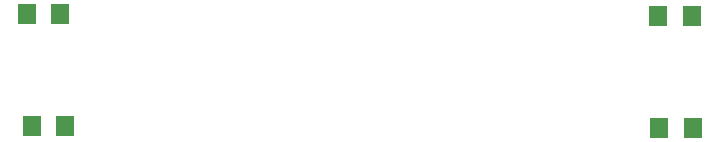
<source format=gbr>
G04 EAGLE Gerber RS-274X export*
G75*
%MOMM*%
%FSLAX34Y34*%
%LPD*%
%INSolderpaste Bottom*%
%IPPOS*%
%AMOC8*
5,1,8,0,0,1.08239X$1,22.5*%
G01*
%ADD10R,1.600000X1.803000*%


D10*
X597520Y41000D03*
X569080Y41000D03*
X596720Y136000D03*
X568280Y136000D03*
X61820Y137500D03*
X33380Y137500D03*
X66020Y42500D03*
X37580Y42500D03*
M02*

</source>
